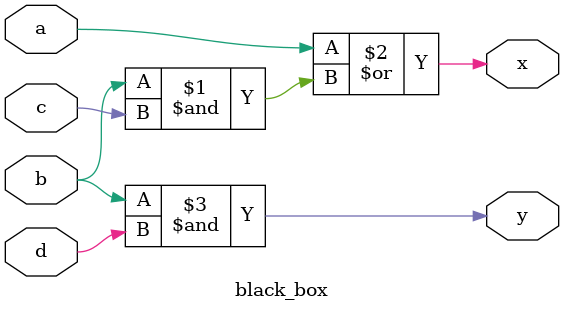
<source format=v>
`timescale 1ns / 1ps

module black_box(
	input a,b,c,d,
	output x,y
    );
	 
assign x=a|(b&c);
assign y=b&d;
	 
endmodule

</source>
